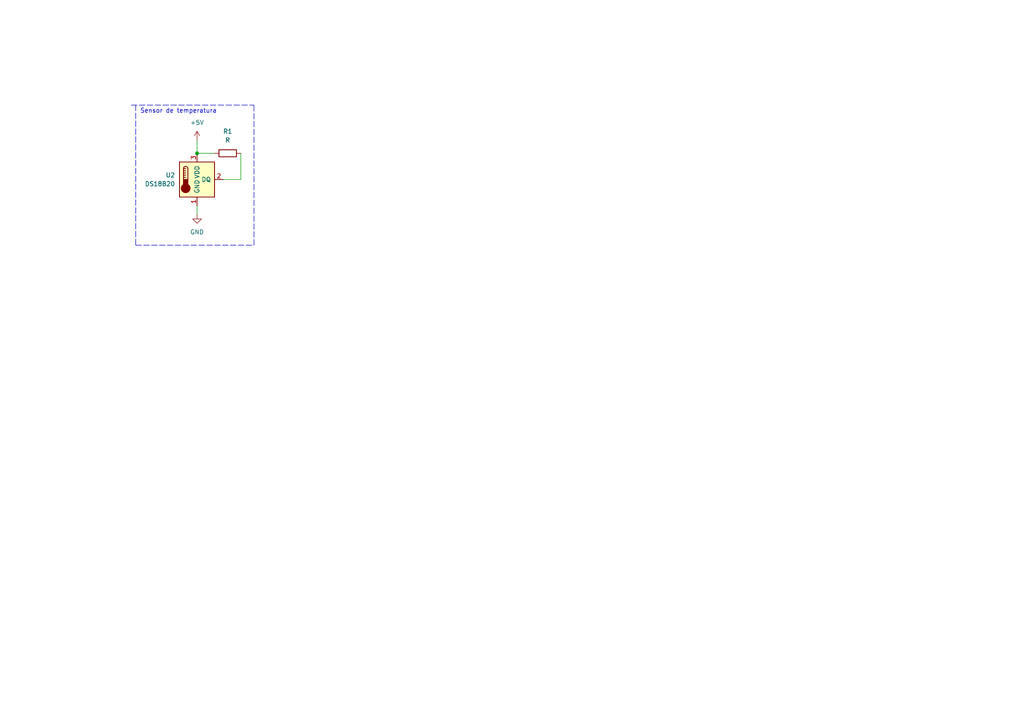
<source format=kicad_sch>
(kicad_sch (version 20211123) (generator eeschema)
  (paper "A4")
  (lib_symbols
    (symbol "Device:R" (pin_numbers hide) (pin_names (offset 0))
      (property "Reference" "R" (at 2.032 0 90))
      (property "Value" "R" (at 0 0 90))
      (symbol "R_0_1"
        (rectangle (start -1.016 -2.54) (end 1.016 2.54) (stroke (width 0.254)))
      )
      (symbol "R_1_1"
        (pin passive line (at 0 3.81 270) (length 1.27) (name "~") (number "1"))
        (pin passive line (at 0 -3.81 90) (length 1.27) (name "~") (number "2"))
      )
    )
    (symbol "Sensor_Temperature:DS18B20" (pin_names (offset 1.016))
      (property "Reference" "U" (at -3.81 6.35 0))
      (property "Value" "DS18B20" (at 6.35 6.35 0))
      (symbol "DS18B20_0_1"
        (rectangle (start -5.08 5.08) (end 5.08 -5.08) (stroke (width 0.254)) (fill (type background)))
        (circle (center -3.302 -2.54) (radius 1.27) (stroke (width 0.254)) (fill (type outline)))
        (rectangle (start -2.667 -1.905) (end -3.937 0) (stroke (width 0.254)) (fill (type outline)))
        (arc (start -2.667 3.175) (mid -3.302 3.81) (end -3.937 3.175) (stroke (width 0.254)))
        (polyline (pts (xy -3.937 0.635) (xy -3.302 0.635)) (stroke (width 0.254)))
        (polyline (pts (xy -3.937 1.27) (xy -3.302 1.27)) (stroke (width 0.254)))
        (polyline (pts (xy -3.937 1.905) (xy -3.302 1.905)) (stroke (width 0.254)))
        (polyline (pts (xy -3.937 2.54) (xy -3.302 2.54)) (stroke (width 0.254)))
        (polyline (pts (xy -3.937 3.175) (xy -3.937 0)) (stroke (width 0.254)))
        (polyline (pts (xy -3.937 3.175) (xy -3.302 3.175)) (stroke (width 0.254)))
        (polyline (pts (xy -2.667 3.175) (xy -2.667 0)) (stroke (width 0.254)))
      )
      (symbol "DS18B20_1_1"
        (pin power_in line (at 0 -7.62 90) (length 2.54) (name "GND") (number "1"))
        (pin bidirectional line (at 7.62 0 180) (length 2.54) (name "DQ") (number "2"))
        (pin power_in line (at 0 7.62 270) (length 2.54) (name "VDD") (number "3"))
      )
    )
    (symbol "power:+5V" (power) (pin_names (offset 0))
      (property "Value" "+5V" (at 0 3.556 0))
      (symbol "+5V_0_1"
        (polyline (pts (xy -0.762 1.27) (xy 0 2.54)))
        (polyline (pts (xy 0 0) (xy 0 2.54)))
        (polyline (pts (xy 0 2.54) (xy 0.762 1.27)))
      )
      (symbol "+5V_1_1"
        (pin power_in line (at 0 0 90) (length 0) hide (name "+5V") (number "1"))
      )
    )
    (symbol "power:GND" (power) (pin_names (offset 0))
      (property "Value" "GND" (at 0 -3.81 0))
      (symbol "GND_0_1"
        (polyline (pts (xy 0 0) (xy 0 -1.27) (xy 1.27 -1.27) (xy 0 -2.54) (xy -1.27 -1.27) (xy 0 -1.27)))
      )
      (symbol "GND_1_1"
        (pin power_in line (at 0 0 270) (length 0) hide (name "GND") (number "1"))
      )
    )
  )
  (junction (at 57.15 44.45))
  (wire (pts (xy 57.15 44.45) (xy 62.23 44.45)))
  (wire (pts (xy 57.15 59.69) (xy 57.15 62.23)))
  (polyline (pts (xy 73.66 71.12) (xy 73.66 30.48)))
  (wire (pts (xy 69.85 44.45) (xy 69.85 52.07)))
  (wire (pts (xy 64.77 52.07) (xy 69.85 52.07)))
  (polyline (pts (xy 39.37 30.48) (xy 39.37 71.12)))
  (wire (pts (xy 57.15 40.64) (xy 57.15 44.45)))
  (polyline (pts (xy 39.37 71.12) (xy 73.66 71.12)))
  (polyline (pts (xy 38.1 30.48) (xy 73.66 30.48)))
  (text "Sensor de temperatura\n" (at 40.64 33.02 0) (effects (font (size 1.27 1.27)) (justify left bottom)))
  (symbol (lib_id "Device:R") (at 66.04 44.45 90) (unit 1)
    (property "Reference" "R1" (at 66.04 38.1 90))
    (property "Value" "R" (at 66.04 40.64 90))
  )
  (symbol (lib_id "power:+5V") (at 57.15 40.64 0) (unit 1)
    (property "Reference" "#PWR0109" (effects hide))
    (property "Value" "+5V" (at 57.15 35.56 0))
  )
  (symbol (lib_id "power:GND") (at 57.15 62.23 0) (unit 1)
    (property "Reference" "#PWR0108" (effects hide))
    (property "Value" "GND" (at 57.15 67.31 0))
  )
  (symbol (lib_id "Sensor_Temperature:DS18B20") (at 57.15 52.07 0) (unit 1)
    (property "Reference" "U2" (at 50.8 50.7999 0) (effects (justify right)))
    (property "Value" "DS18B20" (at 50.8 53.3399 0) (effects (justify right)))
    (property "Footprint" "Package_TO_SOT_THT:TO-92_Inline" (effects hide))
    (property "Datasheet" "http://datasheets.maximintegrated.com/en/ds/DS18B20.pdf" (effects hide))
  )
)
</source>
